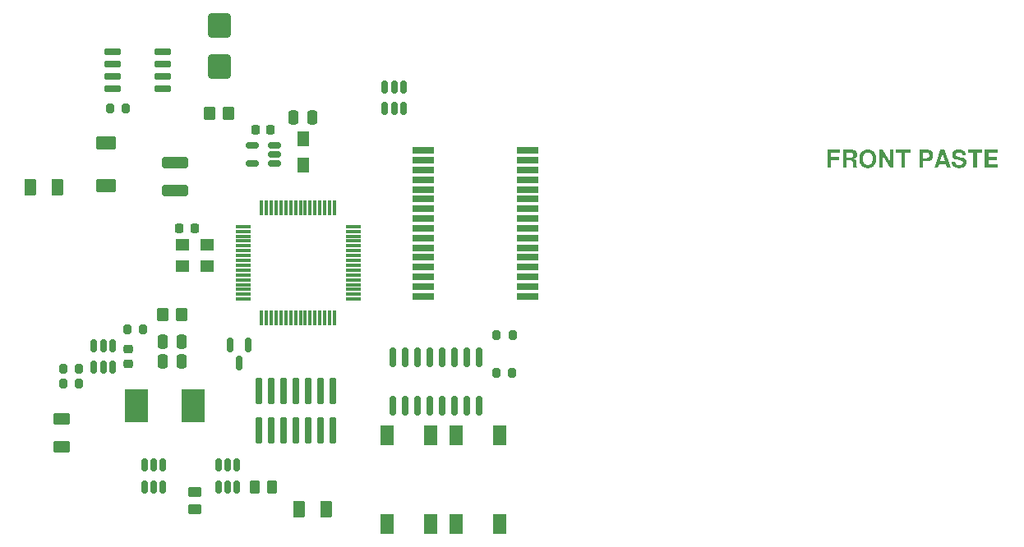
<source format=gbr>
%TF.GenerationSoftware,KiCad,Pcbnew,7.0.9-7.0.9~ubuntu22.04.1*%
%TF.CreationDate,2023-12-22T21:37:51-08:00*%
%TF.ProjectId,IMU-2X,494d552d-3258-42e6-9b69-6361645f7063,2*%
%TF.SameCoordinates,Original*%
%TF.FileFunction,Paste,Top*%
%TF.FilePolarity,Positive*%
%FSLAX46Y46*%
G04 Gerber Fmt 4.6, Leading zero omitted, Abs format (unit mm)*
G04 Created by KiCad (PCBNEW 7.0.9-7.0.9~ubuntu22.04.1) date 2023-12-22 21:37:52*
%MOMM*%
%LPD*%
G01*
G04 APERTURE LIST*
G04 Aperture macros list*
%AMRoundRect*
0 Rectangle with rounded corners*
0 $1 Rounding radius*
0 $2 $3 $4 $5 $6 $7 $8 $9 X,Y pos of 4 corners*
0 Add a 4 corners polygon primitive as box body*
4,1,4,$2,$3,$4,$5,$6,$7,$8,$9,$2,$3,0*
0 Add four circle primitives for the rounded corners*
1,1,$1+$1,$2,$3*
1,1,$1+$1,$4,$5*
1,1,$1+$1,$6,$7*
1,1,$1+$1,$8,$9*
0 Add four rect primitives between the rounded corners*
20,1,$1+$1,$2,$3,$4,$5,0*
20,1,$1+$1,$4,$5,$6,$7,0*
20,1,$1+$1,$6,$7,$8,$9,0*
20,1,$1+$1,$8,$9,$2,$3,0*%
G04 Aperture macros list end*
%ADD10C,0.300000*%
%ADD11RoundRect,0.150000X-0.150000X0.587500X-0.150000X-0.587500X0.150000X-0.587500X0.150000X0.587500X0*%
%ADD12RoundRect,0.250000X0.800000X-0.450000X0.800000X0.450000X-0.800000X0.450000X-0.800000X-0.450000X0*%
%ADD13RoundRect,0.150000X0.150000X-0.825000X0.150000X0.825000X-0.150000X0.825000X-0.150000X-0.825000X0*%
%ADD14RoundRect,0.250000X0.375000X0.625000X-0.375000X0.625000X-0.375000X-0.625000X0.375000X-0.625000X0*%
%ADD15RoundRect,0.150000X-0.150000X0.512500X-0.150000X-0.512500X0.150000X-0.512500X0.150000X0.512500X0*%
%ADD16RoundRect,0.200000X-0.200000X-0.275000X0.200000X-0.275000X0.200000X0.275000X-0.200000X0.275000X0*%
%ADD17RoundRect,0.150000X0.725000X0.150000X-0.725000X0.150000X-0.725000X-0.150000X0.725000X-0.150000X0*%
%ADD18RoundRect,0.225000X-0.250000X0.225000X-0.250000X-0.225000X0.250000X-0.225000X0.250000X0.225000X0*%
%ADD19RoundRect,0.250000X0.250000X0.475000X-0.250000X0.475000X-0.250000X-0.475000X0.250000X-0.475000X0*%
%ADD20RoundRect,0.250000X0.262500X0.450000X-0.262500X0.450000X-0.262500X-0.450000X0.262500X-0.450000X0*%
%ADD21RoundRect,0.250000X-0.350000X-0.450000X0.350000X-0.450000X0.350000X0.450000X-0.350000X0.450000X0*%
%ADD22R,1.400000X1.200000*%
%ADD23RoundRect,0.075000X-0.700000X-0.075000X0.700000X-0.075000X0.700000X0.075000X-0.700000X0.075000X0*%
%ADD24RoundRect,0.075000X-0.075000X-0.700000X0.075000X-0.700000X0.075000X0.700000X-0.075000X0.700000X0*%
%ADD25RoundRect,0.250000X0.900000X-1.000000X0.900000X1.000000X-0.900000X1.000000X-0.900000X-1.000000X0*%
%ADD26RoundRect,0.225000X-0.225000X-0.250000X0.225000X-0.250000X0.225000X0.250000X-0.225000X0.250000X0*%
%ADD27R,1.400000X2.100000*%
%ADD28RoundRect,0.250000X-0.375000X-0.625000X0.375000X-0.625000X0.375000X0.625000X-0.375000X0.625000X0*%
%ADD29RoundRect,0.250000X1.100000X-0.325000X1.100000X0.325000X-1.100000X0.325000X-1.100000X-0.325000X0*%
%ADD30RoundRect,0.162500X-0.162500X1.222500X-0.162500X-1.222500X0.162500X-1.222500X0.162500X1.222500X0*%
%ADD31RoundRect,0.250000X0.625000X-0.375000X0.625000X0.375000X-0.625000X0.375000X-0.625000X-0.375000X0*%
%ADD32R,2.413000X3.429000*%
%ADD33RoundRect,0.150000X0.512500X0.150000X-0.512500X0.150000X-0.512500X-0.150000X0.512500X-0.150000X0*%
%ADD34RoundRect,0.200000X0.200000X0.275000X-0.200000X0.275000X-0.200000X-0.275000X0.200000X-0.275000X0*%
%ADD35R,1.200000X1.500000*%
%ADD36RoundRect,0.250000X0.450000X-0.262500X0.450000X0.262500X-0.450000X0.262500X-0.450000X-0.262500X0*%
%ADD37R,2.200000X0.700000*%
G04 APERTURE END LIST*
D10*
G36*
X213935399Y-93527157D02*
G01*
X213935399Y-94312741D01*
X213560195Y-94312741D01*
X213560195Y-92489267D01*
X214840839Y-92489267D01*
X214840839Y-92801937D01*
X213935399Y-92801937D01*
X213935399Y-93214487D01*
X214733142Y-93214487D01*
X214733142Y-93527157D01*
X213935399Y-93527157D01*
G37*
G36*
X216127573Y-92489453D02*
G01*
X216153071Y-92490433D01*
X216177883Y-92492252D01*
X216202007Y-92494911D01*
X216225445Y-92498410D01*
X216248195Y-92502749D01*
X216270259Y-92507927D01*
X216291635Y-92513944D01*
X216312325Y-92520802D01*
X216332327Y-92528499D01*
X216351643Y-92537036D01*
X216370176Y-92546178D01*
X216387831Y-92555855D01*
X216404608Y-92566066D01*
X216420507Y-92576812D01*
X216435529Y-92588092D01*
X216449673Y-92599906D01*
X216462938Y-92612254D01*
X216475326Y-92625137D01*
X216486837Y-92638554D01*
X216497469Y-92652506D01*
X216504069Y-92662104D01*
X216516432Y-92681456D01*
X216527900Y-92700862D01*
X216538471Y-92720322D01*
X216548147Y-92739837D01*
X216556927Y-92759406D01*
X216564812Y-92779029D01*
X216571801Y-92798707D01*
X216577894Y-92818439D01*
X216583187Y-92838191D01*
X216587774Y-92858147D01*
X216591655Y-92878306D01*
X216594830Y-92898669D01*
X216597300Y-92919236D01*
X216599064Y-92940006D01*
X216600123Y-92960979D01*
X216600476Y-92982156D01*
X216600175Y-93002579D01*
X216599273Y-93022590D01*
X216597770Y-93042192D01*
X216595665Y-93061382D01*
X216592959Y-93080162D01*
X216589651Y-93098532D01*
X216585743Y-93116491D01*
X216581233Y-93134040D01*
X216576121Y-93151178D01*
X216570408Y-93167906D01*
X216564094Y-93184223D01*
X216549661Y-93215626D01*
X216532824Y-93245386D01*
X216513580Y-93273505D01*
X216491932Y-93299981D01*
X216467877Y-93324816D01*
X216454948Y-93336617D01*
X216441418Y-93348008D01*
X216427286Y-93358989D01*
X216412553Y-93369559D01*
X216397218Y-93379718D01*
X216381282Y-93389467D01*
X216364745Y-93398805D01*
X216347607Y-93407733D01*
X216329867Y-93416250D01*
X216311525Y-93424357D01*
X216292583Y-93432054D01*
X216308969Y-93438825D01*
X216327907Y-93446794D01*
X216345127Y-93454211D01*
X216363524Y-93462384D01*
X216379447Y-93469763D01*
X216392898Y-93476348D01*
X216409237Y-93485739D01*
X216423623Y-93496183D01*
X216438092Y-93508704D01*
X216450560Y-93521091D01*
X216458906Y-93530197D01*
X216470814Y-93543943D01*
X216482700Y-93559323D01*
X216492426Y-93573997D01*
X216500894Y-93589902D01*
X216504069Y-93597508D01*
X216509715Y-93615611D01*
X216513949Y-93633286D01*
X216517477Y-93650696D01*
X216521006Y-93670546D01*
X216523828Y-93688181D01*
X216526651Y-93707377D01*
X216529331Y-93727319D01*
X216531726Y-93747193D01*
X216533837Y-93767000D01*
X216535662Y-93786738D01*
X216537202Y-93806409D01*
X216538458Y-93826012D01*
X216539428Y-93845547D01*
X216540113Y-93865015D01*
X216540765Y-93885615D01*
X216541416Y-93908549D01*
X216541905Y-93927282D01*
X216542393Y-93947328D01*
X216542882Y-93968687D01*
X216543370Y-93991358D01*
X216543859Y-94015343D01*
X216544347Y-94040640D01*
X216544673Y-94058235D01*
X216544999Y-94076413D01*
X216545324Y-94095174D01*
X216546030Y-94114349D01*
X216548149Y-94132462D01*
X216551679Y-94149514D01*
X216558583Y-94170599D01*
X216567998Y-94189798D01*
X216579923Y-94207111D01*
X216594359Y-94222538D01*
X216611306Y-94236078D01*
X216625663Y-94244995D01*
X216625663Y-94312741D01*
X216222666Y-94312741D01*
X216214347Y-94296537D01*
X216206761Y-94280496D01*
X216198309Y-94260675D01*
X216191002Y-94241107D01*
X216184840Y-94221794D01*
X216179824Y-94202736D01*
X216176634Y-94187673D01*
X216173382Y-94167291D01*
X216171176Y-94148604D01*
X216169324Y-94127800D01*
X216167824Y-94104879D01*
X216166931Y-94086299D01*
X216166237Y-94066528D01*
X216165740Y-94045566D01*
X216165443Y-94023414D01*
X216165344Y-94000071D01*
X216165377Y-93981798D01*
X216165515Y-93960388D01*
X216165759Y-93940568D01*
X216166109Y-93922339D01*
X216166669Y-93902563D01*
X216167381Y-93885077D01*
X216167515Y-93882385D01*
X216168530Y-93864244D01*
X216169385Y-93844682D01*
X216169914Y-93826368D01*
X216170120Y-93807257D01*
X216169636Y-93786319D01*
X216168182Y-93766494D01*
X216165758Y-93747785D01*
X216162365Y-93730189D01*
X216156333Y-93708462D01*
X216148577Y-93688717D01*
X216139098Y-93670953D01*
X216127895Y-93655170D01*
X216114969Y-93641369D01*
X216100231Y-93629257D01*
X216083376Y-93618760D01*
X216064404Y-93609878D01*
X216043315Y-93602611D01*
X216026109Y-93598220D01*
X216007713Y-93594738D01*
X215988125Y-93592164D01*
X215967346Y-93590499D01*
X215945377Y-93589742D01*
X215937789Y-93589691D01*
X215507434Y-93589691D01*
X215507434Y-94312741D01*
X215132230Y-94312741D01*
X215132230Y-92801937D01*
X215507434Y-92801937D01*
X215507434Y-93277021D01*
X215959937Y-93277021D01*
X215984265Y-93276605D01*
X216007417Y-93275357D01*
X216029394Y-93273277D01*
X216050196Y-93270365D01*
X216069822Y-93266621D01*
X216088272Y-93262044D01*
X216105547Y-93256636D01*
X216126751Y-93248131D01*
X216145865Y-93238146D01*
X216158830Y-93229687D01*
X216174402Y-93216191D01*
X216187898Y-93199587D01*
X216199318Y-93179875D01*
X216206520Y-93163052D01*
X216212554Y-93144481D01*
X216217421Y-93124162D01*
X216221119Y-93102094D01*
X216223650Y-93078279D01*
X216225012Y-93052716D01*
X216225272Y-93034702D01*
X216224699Y-93009230D01*
X216222982Y-92985415D01*
X216220119Y-92963256D01*
X216216112Y-92942754D01*
X216210959Y-92923908D01*
X216204661Y-92906718D01*
X216194483Y-92886376D01*
X216182270Y-92868978D01*
X216168020Y-92854525D01*
X216160132Y-92848403D01*
X216142755Y-92837513D01*
X216123193Y-92828074D01*
X216101446Y-92820088D01*
X216083702Y-92815051D01*
X216064728Y-92810831D01*
X216044526Y-92807427D01*
X216023095Y-92804841D01*
X216000435Y-92803071D01*
X215976546Y-92802118D01*
X215959937Y-92801937D01*
X215507434Y-92801937D01*
X215132230Y-92801937D01*
X215132230Y-92489267D01*
X216110192Y-92489267D01*
X216127573Y-92489453D01*
G37*
G36*
X217728056Y-92459563D02*
G01*
X217752308Y-92460344D01*
X217776262Y-92461646D01*
X217799919Y-92463469D01*
X217823278Y-92465812D01*
X217846340Y-92468677D01*
X217869103Y-92472062D01*
X217891569Y-92475968D01*
X217913737Y-92480394D01*
X217935608Y-92485342D01*
X217957181Y-92490810D01*
X217978456Y-92496799D01*
X217999433Y-92503308D01*
X218020113Y-92510339D01*
X218040495Y-92517890D01*
X218060579Y-92525962D01*
X218080366Y-92534555D01*
X218099855Y-92543669D01*
X218119046Y-92553303D01*
X218137939Y-92563458D01*
X218156535Y-92574134D01*
X218174833Y-92585331D01*
X218192833Y-92597048D01*
X218210536Y-92609287D01*
X218227941Y-92622046D01*
X218245048Y-92635325D01*
X218261858Y-92649126D01*
X218278369Y-92663447D01*
X218294583Y-92678290D01*
X218310500Y-92693652D01*
X218326118Y-92709536D01*
X218341439Y-92725941D01*
X218356374Y-92742743D01*
X218370835Y-92759876D01*
X218384822Y-92777339D01*
X218398335Y-92795131D01*
X218411373Y-92813254D01*
X218423938Y-92831706D01*
X218436028Y-92850488D01*
X218447644Y-92869601D01*
X218458786Y-92889043D01*
X218469454Y-92908815D01*
X218479648Y-92928917D01*
X218489367Y-92949349D01*
X218498613Y-92970111D01*
X218507384Y-92991203D01*
X218515681Y-93012625D01*
X218523504Y-93034376D01*
X218530853Y-93056458D01*
X218537728Y-93078870D01*
X218544129Y-93101611D01*
X218550056Y-93124683D01*
X218555508Y-93148084D01*
X218560486Y-93171816D01*
X218564991Y-93195877D01*
X218569021Y-93220269D01*
X218572577Y-93244990D01*
X218575658Y-93270041D01*
X218578266Y-93295422D01*
X218580400Y-93321133D01*
X218582059Y-93347174D01*
X218583245Y-93373545D01*
X218583956Y-93400246D01*
X218584193Y-93427277D01*
X218583960Y-93452466D01*
X218583260Y-93477390D01*
X218582094Y-93502047D01*
X218580461Y-93526438D01*
X218578362Y-93550563D01*
X218575796Y-93574421D01*
X218572764Y-93598013D01*
X218569265Y-93621338D01*
X218565300Y-93644398D01*
X218560868Y-93667190D01*
X218555970Y-93689717D01*
X218550605Y-93711977D01*
X218544774Y-93733971D01*
X218538476Y-93755699D01*
X218531712Y-93777160D01*
X218524482Y-93798355D01*
X218516784Y-93819284D01*
X218508621Y-93839946D01*
X218499991Y-93860342D01*
X218490894Y-93880472D01*
X218481331Y-93900335D01*
X218471301Y-93919932D01*
X218460805Y-93939263D01*
X218449842Y-93958327D01*
X218438413Y-93977125D01*
X218426518Y-93995657D01*
X218414156Y-94013922D01*
X218401327Y-94031921D01*
X218388032Y-94049654D01*
X218374270Y-94067120D01*
X218360042Y-94084320D01*
X218345348Y-94101254D01*
X218330262Y-94117792D01*
X218314861Y-94133805D01*
X218299144Y-94149293D01*
X218283112Y-94164256D01*
X218266765Y-94178694D01*
X218250101Y-94192607D01*
X218233123Y-94205995D01*
X218215829Y-94218858D01*
X218198219Y-94231196D01*
X218180294Y-94243009D01*
X218162053Y-94254297D01*
X218143496Y-94265060D01*
X218124625Y-94275298D01*
X218105437Y-94285010D01*
X218085934Y-94294198D01*
X218066116Y-94302861D01*
X218045982Y-94310999D01*
X218025533Y-94318612D01*
X218004768Y-94325699D01*
X217983687Y-94332262D01*
X217962291Y-94338300D01*
X217940580Y-94343812D01*
X217918553Y-94348800D01*
X217896210Y-94353263D01*
X217873552Y-94357200D01*
X217850579Y-94360613D01*
X217827290Y-94363501D01*
X217803685Y-94365863D01*
X217779765Y-94367701D01*
X217755529Y-94369013D01*
X217730978Y-94369801D01*
X217706111Y-94370063D01*
X217681404Y-94369802D01*
X217657004Y-94369018D01*
X217632912Y-94367712D01*
X217609128Y-94365884D01*
X217585652Y-94363532D01*
X217562484Y-94360659D01*
X217539623Y-94357263D01*
X217517071Y-94353344D01*
X217494826Y-94348903D01*
X217472890Y-94343940D01*
X217451261Y-94338454D01*
X217429940Y-94332445D01*
X217408927Y-94325914D01*
X217388222Y-94318861D01*
X217367825Y-94311285D01*
X217347735Y-94303187D01*
X217327954Y-94294566D01*
X217308480Y-94285423D01*
X217289314Y-94275757D01*
X217270457Y-94265569D01*
X217251907Y-94254858D01*
X217233665Y-94243625D01*
X217215731Y-94231869D01*
X217198104Y-94219591D01*
X217180786Y-94206790D01*
X217163775Y-94193467D01*
X217147073Y-94179622D01*
X217130678Y-94165254D01*
X217114591Y-94150363D01*
X217098812Y-94134950D01*
X217083341Y-94119015D01*
X217068178Y-94102557D01*
X217053403Y-94085688D01*
X217039098Y-94068521D01*
X217025261Y-94051056D01*
X217011893Y-94033292D01*
X216998995Y-94015229D01*
X216986565Y-93996868D01*
X216974605Y-93978208D01*
X216963113Y-93959250D01*
X216952091Y-93939993D01*
X216941537Y-93920437D01*
X216931453Y-93900583D01*
X216921838Y-93880431D01*
X216912692Y-93859980D01*
X216904014Y-93839230D01*
X216895806Y-93818182D01*
X216888067Y-93796835D01*
X216880797Y-93775190D01*
X216873996Y-93753246D01*
X216867664Y-93731003D01*
X216861801Y-93708462D01*
X216856407Y-93685623D01*
X216851482Y-93662485D01*
X216847026Y-93639048D01*
X216843039Y-93615313D01*
X216839522Y-93591279D01*
X216836473Y-93566947D01*
X216833893Y-93542316D01*
X216831782Y-93517386D01*
X216830141Y-93492158D01*
X216828968Y-93466632D01*
X216828265Y-93440807D01*
X216828034Y-93415117D01*
X217203234Y-93415117D01*
X217203368Y-93432974D01*
X217203772Y-93450608D01*
X217204444Y-93468020D01*
X217206595Y-93502178D01*
X217209821Y-93535446D01*
X217214123Y-93567826D01*
X217219501Y-93599317D01*
X217225954Y-93629919D01*
X217233482Y-93659632D01*
X217242086Y-93688457D01*
X217251765Y-93716392D01*
X217262520Y-93743438D01*
X217274350Y-93769596D01*
X217287256Y-93794865D01*
X217301237Y-93819245D01*
X217316294Y-93842736D01*
X217332426Y-93865338D01*
X217340896Y-93876305D01*
X217358454Y-93897340D01*
X217376716Y-93917018D01*
X217395679Y-93935338D01*
X217415345Y-93952302D01*
X217435713Y-93967908D01*
X217456783Y-93982157D01*
X217478556Y-93995049D01*
X217501030Y-94006585D01*
X217524207Y-94016763D01*
X217548087Y-94025584D01*
X217572669Y-94033047D01*
X217597953Y-94039154D01*
X217623939Y-94043904D01*
X217650627Y-94047297D01*
X217678018Y-94049332D01*
X217706111Y-94050011D01*
X217733945Y-94049337D01*
X217761100Y-94047317D01*
X217787577Y-94043950D01*
X217813375Y-94039236D01*
X217838494Y-94033175D01*
X217862935Y-94025767D01*
X217886697Y-94017012D01*
X217909781Y-94006910D01*
X217932186Y-93995462D01*
X217953913Y-93982666D01*
X217974961Y-93968524D01*
X217995331Y-93953034D01*
X218015022Y-93936198D01*
X218034035Y-93918015D01*
X218052369Y-93898485D01*
X218070024Y-93877608D01*
X218086852Y-93855585D01*
X218102594Y-93832723D01*
X218117251Y-93809023D01*
X218130821Y-93784486D01*
X218143306Y-93759110D01*
X218154706Y-93732897D01*
X218165020Y-93705845D01*
X218174248Y-93677955D01*
X218182390Y-93649228D01*
X218189447Y-93619662D01*
X218195418Y-93589259D01*
X218200304Y-93558017D01*
X218204103Y-93525938D01*
X218206818Y-93493020D01*
X218208446Y-93459265D01*
X218208989Y-93424671D01*
X218208856Y-93406359D01*
X218208456Y-93388281D01*
X218207790Y-93370437D01*
X218206858Y-93352828D01*
X218205660Y-93335452D01*
X218202464Y-93301403D01*
X218198203Y-93268290D01*
X218192876Y-93236114D01*
X218186484Y-93204874D01*
X218179027Y-93174571D01*
X218170505Y-93145204D01*
X218160917Y-93116773D01*
X218150264Y-93089279D01*
X218138546Y-93062721D01*
X218125762Y-93037099D01*
X218111913Y-93012414D01*
X218096999Y-92988665D01*
X218081019Y-92965853D01*
X218072630Y-92954798D01*
X218055219Y-92933553D01*
X218037075Y-92913678D01*
X218018198Y-92895175D01*
X217998588Y-92878042D01*
X217978246Y-92862279D01*
X217957170Y-92847887D01*
X217935362Y-92834866D01*
X217912821Y-92823216D01*
X217889547Y-92812936D01*
X217865541Y-92804027D01*
X217840801Y-92796488D01*
X217815329Y-92790320D01*
X217789124Y-92785523D01*
X217762186Y-92782096D01*
X217734515Y-92780040D01*
X217706111Y-92779355D01*
X217678018Y-92780035D01*
X217650627Y-92782076D01*
X217623939Y-92785477D01*
X217597953Y-92790239D01*
X217572669Y-92796361D01*
X217548087Y-92803843D01*
X217524207Y-92812687D01*
X217501030Y-92822890D01*
X217478556Y-92834454D01*
X217456783Y-92847378D01*
X217435713Y-92861663D01*
X217415345Y-92877309D01*
X217395679Y-92894315D01*
X217376716Y-92912681D01*
X217358454Y-92932408D01*
X217340896Y-92953495D01*
X217324226Y-92975654D01*
X217308631Y-92998706D01*
X217294112Y-93022650D01*
X217280669Y-93047486D01*
X217268301Y-93073214D01*
X217257008Y-93099835D01*
X217246791Y-93127348D01*
X217237649Y-93155753D01*
X217229583Y-93185051D01*
X217222593Y-93215241D01*
X217216677Y-93246323D01*
X217211838Y-93278297D01*
X217208074Y-93311164D01*
X217205385Y-93344923D01*
X217203772Y-93379574D01*
X217203368Y-93397234D01*
X217203234Y-93415117D01*
X216828034Y-93415117D01*
X216828030Y-93414683D01*
X216828266Y-93388559D01*
X216828973Y-93362734D01*
X216830152Y-93337208D01*
X216831803Y-93311980D01*
X216833925Y-93287050D01*
X216836519Y-93262419D01*
X216839584Y-93238087D01*
X216843121Y-93214053D01*
X216847129Y-93190318D01*
X216851609Y-93166881D01*
X216856561Y-93143743D01*
X216861984Y-93120904D01*
X216867879Y-93098363D01*
X216874245Y-93076120D01*
X216881083Y-93054176D01*
X216888393Y-93032531D01*
X216896174Y-93011184D01*
X216904427Y-92990136D01*
X216913151Y-92969386D01*
X216922347Y-92948935D01*
X216932014Y-92928783D01*
X216942153Y-92908929D01*
X216952764Y-92889373D01*
X216963846Y-92870116D01*
X216975400Y-92851158D01*
X216987425Y-92832498D01*
X216999922Y-92814137D01*
X217012891Y-92796074D01*
X217026331Y-92778310D01*
X217040243Y-92760845D01*
X217054626Y-92743678D01*
X217069481Y-92726809D01*
X217084719Y-92710351D01*
X217100252Y-92694416D01*
X217116081Y-92679003D01*
X217132205Y-92664112D01*
X217148624Y-92649744D01*
X217165338Y-92635899D01*
X217182347Y-92622576D01*
X217199651Y-92609775D01*
X217217251Y-92597497D01*
X217235146Y-92585741D01*
X217253335Y-92574508D01*
X217271821Y-92563797D01*
X217290601Y-92553609D01*
X217309676Y-92543943D01*
X217329047Y-92534800D01*
X217348712Y-92526179D01*
X217368673Y-92518081D01*
X217388929Y-92510505D01*
X217409480Y-92503452D01*
X217430327Y-92496921D01*
X217451468Y-92490912D01*
X217472905Y-92485426D01*
X217494637Y-92480463D01*
X217516664Y-92476022D01*
X217538986Y-92472103D01*
X217561603Y-92468707D01*
X217584516Y-92465834D01*
X217607724Y-92463482D01*
X217631226Y-92461654D01*
X217655024Y-92460348D01*
X217679118Y-92459564D01*
X217703506Y-92459303D01*
X217728056Y-92459563D01*
G37*
G36*
X219981654Y-94312741D02*
G01*
X219249051Y-93052073D01*
X219249051Y-94312741D01*
X218873847Y-94312741D01*
X218873847Y-92489267D01*
X219259039Y-92489267D01*
X219981654Y-93729959D01*
X219981654Y-92489267D01*
X220356858Y-92489267D01*
X220356858Y-94312741D01*
X219981654Y-94312741D01*
G37*
G36*
X221551083Y-92801937D02*
G01*
X221551083Y-94312741D01*
X221175879Y-94312741D01*
X221175879Y-92801937D01*
X220623061Y-92801937D01*
X220623061Y-92489267D01*
X222083925Y-92489267D01*
X222083925Y-92801937D01*
X221551083Y-92801937D01*
G37*
G36*
X223864276Y-92489409D02*
G01*
X223881688Y-92489833D01*
X223915731Y-92491533D01*
X223948728Y-92494366D01*
X223980680Y-92498332D01*
X224011588Y-92503431D01*
X224041450Y-92509664D01*
X224070268Y-92517029D01*
X224098040Y-92525528D01*
X224124768Y-92535160D01*
X224150450Y-92545925D01*
X224175088Y-92557823D01*
X224198681Y-92570854D01*
X224221228Y-92585019D01*
X224242731Y-92600316D01*
X224263189Y-92616747D01*
X224282602Y-92634311D01*
X224300955Y-92652950D01*
X224318124Y-92672608D01*
X224334108Y-92693283D01*
X224348909Y-92714975D01*
X224362525Y-92737686D01*
X224374958Y-92761415D01*
X224386206Y-92786161D01*
X224396271Y-92811925D01*
X224405151Y-92838707D01*
X224412847Y-92866506D01*
X224419360Y-92895324D01*
X224424688Y-92925159D01*
X224428832Y-92956012D01*
X224431792Y-92987883D01*
X224433568Y-93020772D01*
X224434160Y-93054678D01*
X224433573Y-93088926D01*
X224431812Y-93122295D01*
X224428878Y-93154785D01*
X224424769Y-93186396D01*
X224419487Y-93217129D01*
X224413031Y-93246983D01*
X224405400Y-93275958D01*
X224396596Y-93304054D01*
X224386619Y-93331272D01*
X224375467Y-93357611D01*
X224363141Y-93383072D01*
X224349642Y-93407653D01*
X224334968Y-93431356D01*
X224319121Y-93454181D01*
X224302100Y-93476126D01*
X224283905Y-93497193D01*
X224264785Y-93517176D01*
X224244882Y-93535870D01*
X224224195Y-93553274D01*
X224202725Y-93569389D01*
X224180470Y-93584216D01*
X224157432Y-93597752D01*
X224133611Y-93610000D01*
X224109005Y-93620958D01*
X224083616Y-93630627D01*
X224057443Y-93639007D01*
X224030487Y-93646098D01*
X224002746Y-93651900D01*
X223974222Y-93656412D01*
X223944915Y-93659635D01*
X223914823Y-93661569D01*
X223883948Y-93662213D01*
X223416246Y-93662213D01*
X223416246Y-94312741D01*
X223041042Y-94312741D01*
X223041042Y-92801937D01*
X223416246Y-92801937D01*
X223416246Y-93349543D01*
X223766263Y-93349543D01*
X223784270Y-93349278D01*
X223801706Y-93348480D01*
X223834863Y-93345289D01*
X223865733Y-93339971D01*
X223894316Y-93332526D01*
X223920613Y-93322953D01*
X223944623Y-93311254D01*
X223966346Y-93297427D01*
X223985783Y-93281473D01*
X224002933Y-93263391D01*
X224017796Y-93243183D01*
X224030373Y-93220847D01*
X224040663Y-93196384D01*
X224048666Y-93169794D01*
X224054383Y-93141076D01*
X224057813Y-93110232D01*
X224058956Y-93077260D01*
X224058330Y-93051601D01*
X224056453Y-93027225D01*
X224053323Y-93004131D01*
X224048941Y-92982319D01*
X224043308Y-92961790D01*
X224036422Y-92942543D01*
X224028285Y-92924579D01*
X224018895Y-92907897D01*
X224008254Y-92892498D01*
X223996361Y-92878381D01*
X223987737Y-92869682D01*
X223973689Y-92857575D01*
X223958251Y-92846659D01*
X223941424Y-92836934D01*
X223923208Y-92828400D01*
X223903603Y-92821056D01*
X223882608Y-92814904D01*
X223860224Y-92809942D01*
X223836450Y-92806171D01*
X223811288Y-92803591D01*
X223793741Y-92802532D01*
X223775576Y-92802003D01*
X223766263Y-92801937D01*
X223416246Y-92801937D01*
X223041042Y-92801937D01*
X223041042Y-92489267D01*
X223846601Y-92489267D01*
X223864276Y-92489409D01*
G37*
G36*
X226244172Y-94312741D02*
G01*
X225858980Y-94312741D01*
X225739123Y-93944919D01*
X225056026Y-93944919D01*
X224933564Y-94312741D01*
X224550977Y-94312741D01*
X224792609Y-93632249D01*
X225161118Y-93632249D01*
X225636202Y-93632249D01*
X225398660Y-92919622D01*
X225161118Y-93632249D01*
X224792609Y-93632249D01*
X225198464Y-92489267D01*
X225614055Y-92489267D01*
X226244172Y-94312741D01*
G37*
G36*
X227797533Y-93044690D02*
G01*
X227447517Y-93044690D01*
X227445933Y-93027137D01*
X227440760Y-92993702D01*
X227432909Y-92962496D01*
X227422381Y-92933519D01*
X227409177Y-92906771D01*
X227393296Y-92882252D01*
X227374738Y-92859962D01*
X227353503Y-92839901D01*
X227329592Y-92822069D01*
X227303003Y-92806466D01*
X227273738Y-92793092D01*
X227241796Y-92781948D01*
X227224821Y-92777211D01*
X227207177Y-92773032D01*
X227188863Y-92769409D01*
X227169881Y-92766345D01*
X227150229Y-92763837D01*
X227129908Y-92761887D01*
X227108918Y-92760493D01*
X227087259Y-92759658D01*
X227064930Y-92759379D01*
X227047034Y-92759618D01*
X227029606Y-92760336D01*
X227004341Y-92762309D01*
X226980130Y-92765359D01*
X226956972Y-92769484D01*
X226934868Y-92774687D01*
X226913817Y-92780965D01*
X226893820Y-92788320D01*
X226874876Y-92796752D01*
X226856986Y-92806259D01*
X226840149Y-92816843D01*
X226834770Y-92820610D01*
X226819559Y-92832454D01*
X226805844Y-92845022D01*
X226793626Y-92858316D01*
X226782903Y-92872335D01*
X226773677Y-92887079D01*
X226763702Y-92907866D01*
X226757967Y-92924302D01*
X226753728Y-92941464D01*
X226750985Y-92959351D01*
X226749738Y-92977962D01*
X226749655Y-92984328D01*
X226750292Y-93002682D01*
X226752204Y-93020129D01*
X226756737Y-93041978D01*
X226763536Y-93062212D01*
X226772601Y-93080831D01*
X226783933Y-93097835D01*
X226797531Y-93113224D01*
X226813395Y-93126999D01*
X226822177Y-93133280D01*
X226842302Y-93145311D01*
X226860015Y-93154164D01*
X226879971Y-93162873D01*
X226902172Y-93171436D01*
X226926617Y-93179855D01*
X226944161Y-93185387D01*
X226962702Y-93190854D01*
X226982240Y-93196257D01*
X227002776Y-93201595D01*
X227024310Y-93206869D01*
X227046840Y-93212079D01*
X227070369Y-93217224D01*
X227094894Y-93222304D01*
X227379771Y-93277021D01*
X227410826Y-93283586D01*
X227440806Y-93290687D01*
X227469710Y-93298324D01*
X227497538Y-93306497D01*
X227524291Y-93315206D01*
X227549969Y-93324451D01*
X227574571Y-93334232D01*
X227598098Y-93344549D01*
X227620549Y-93355403D01*
X227641924Y-93366792D01*
X227662224Y-93378717D01*
X227681449Y-93391178D01*
X227699598Y-93404176D01*
X227716672Y-93417709D01*
X227732670Y-93431779D01*
X227747593Y-93446384D01*
X227761528Y-93461580D01*
X227774565Y-93477529D01*
X227786702Y-93494231D01*
X227797940Y-93511687D01*
X227808280Y-93529895D01*
X227817720Y-93548857D01*
X227826261Y-93568572D01*
X227833903Y-93589040D01*
X227840646Y-93610261D01*
X227846490Y-93632236D01*
X227851435Y-93654963D01*
X227855480Y-93678444D01*
X227858627Y-93702678D01*
X227860875Y-93727665D01*
X227862223Y-93753405D01*
X227862673Y-93779899D01*
X227861901Y-93814112D01*
X227859585Y-93847379D01*
X227855726Y-93879700D01*
X227850323Y-93911074D01*
X227843377Y-93941501D01*
X227834887Y-93970982D01*
X227824853Y-93999516D01*
X227813275Y-94027103D01*
X227800154Y-94053745D01*
X227785489Y-94079439D01*
X227769281Y-94104187D01*
X227751528Y-94127988D01*
X227732232Y-94150843D01*
X227711393Y-94172751D01*
X227689010Y-94193713D01*
X227665083Y-94213728D01*
X227639778Y-94232660D01*
X227613263Y-94250369D01*
X227585536Y-94266858D01*
X227556598Y-94282125D01*
X227526449Y-94296171D01*
X227495089Y-94308995D01*
X227462517Y-94320598D01*
X227445777Y-94325941D01*
X227428735Y-94330980D01*
X227411389Y-94335712D01*
X227393741Y-94340140D01*
X227375790Y-94344262D01*
X227357536Y-94348079D01*
X227338979Y-94351590D01*
X227320120Y-94354796D01*
X227300957Y-94357697D01*
X227281492Y-94360292D01*
X227261724Y-94362582D01*
X227241654Y-94364567D01*
X227221280Y-94366247D01*
X227200604Y-94367621D01*
X227179625Y-94368689D01*
X227158343Y-94369453D01*
X227136758Y-94369911D01*
X227114871Y-94370063D01*
X227093147Y-94369912D01*
X227071727Y-94369458D01*
X227050613Y-94368701D01*
X227029802Y-94367641D01*
X227009297Y-94366278D01*
X226989095Y-94364613D01*
X226969198Y-94362645D01*
X226949606Y-94360374D01*
X226930318Y-94357800D01*
X226911335Y-94354923D01*
X226892656Y-94351744D01*
X226874282Y-94348262D01*
X226856212Y-94344477D01*
X226838446Y-94340389D01*
X226820985Y-94335999D01*
X226803829Y-94331305D01*
X226786977Y-94326309D01*
X226770430Y-94321010D01*
X226738248Y-94309504D01*
X226707285Y-94296786D01*
X226677540Y-94282858D01*
X226649012Y-94267718D01*
X226621703Y-94251367D01*
X226595611Y-94233805D01*
X226570738Y-94215031D01*
X226547215Y-94195114D01*
X226525066Y-94174122D01*
X226504291Y-94152054D01*
X226484889Y-94128911D01*
X226466862Y-94104693D01*
X226450209Y-94079398D01*
X226434931Y-94053029D01*
X226421026Y-94025584D01*
X226408495Y-93997063D01*
X226397338Y-93967467D01*
X226387555Y-93936795D01*
X226379146Y-93905048D01*
X226372112Y-93872226D01*
X226366451Y-93838328D01*
X226364136Y-93820975D01*
X226362164Y-93803354D01*
X226360536Y-93785464D01*
X226359252Y-93767305D01*
X226724467Y-93767305D01*
X226726087Y-93785488D01*
X226728450Y-93803125D01*
X226731556Y-93820216D01*
X226737609Y-93844828D01*
X226745332Y-93868210D01*
X226754728Y-93890364D01*
X226765795Y-93911289D01*
X226778535Y-93930985D01*
X226792945Y-93949452D01*
X226809028Y-93966690D01*
X226826782Y-93982698D01*
X226839547Y-93992688D01*
X226860000Y-94006502D01*
X226881949Y-94018958D01*
X226905394Y-94030054D01*
X226921856Y-94036697D01*
X226938982Y-94042736D01*
X226956773Y-94048171D01*
X226975229Y-94053002D01*
X226994350Y-94057230D01*
X227014137Y-94060853D01*
X227034588Y-94063873D01*
X227055704Y-94066288D01*
X227077485Y-94068100D01*
X227099931Y-94069308D01*
X227123042Y-94069912D01*
X227134847Y-94069987D01*
X227155846Y-94069734D01*
X227176285Y-94068976D01*
X227196164Y-94067712D01*
X227215484Y-94065943D01*
X227234244Y-94063668D01*
X227252444Y-94060888D01*
X227270084Y-94057602D01*
X227287165Y-94053811D01*
X227311736Y-94047176D01*
X227335047Y-94039404D01*
X227357099Y-94030494D01*
X227377892Y-94020447D01*
X227397425Y-94009263D01*
X227403656Y-94005282D01*
X227421351Y-93992629D01*
X227437305Y-93979099D01*
X227451518Y-93964690D01*
X227463991Y-93949404D01*
X227474724Y-93933240D01*
X227483717Y-93916198D01*
X227490968Y-93898279D01*
X227496480Y-93879481D01*
X227500251Y-93859805D01*
X227502281Y-93839252D01*
X227502668Y-93825062D01*
X227501985Y-93804823D01*
X227499935Y-93785470D01*
X227496519Y-93767002D01*
X227491737Y-93749419D01*
X227485588Y-93732722D01*
X227478073Y-93716910D01*
X227465927Y-93697206D01*
X227455224Y-93683460D01*
X227443154Y-93670600D01*
X227429717Y-93658626D01*
X227424935Y-93654831D01*
X227409472Y-93643812D01*
X227392070Y-93633228D01*
X227372729Y-93623079D01*
X227351449Y-93613365D01*
X227328231Y-93604087D01*
X227311674Y-93598143D01*
X227294256Y-93592392D01*
X227275976Y-93586835D01*
X227256835Y-93581471D01*
X227236832Y-93576301D01*
X227215967Y-93571324D01*
X227194240Y-93566540D01*
X227171651Y-93561950D01*
X227160034Y-93559727D01*
X226904687Y-93509787D01*
X226887500Y-93506444D01*
X226854061Y-93499408D01*
X226821871Y-93491903D01*
X226790930Y-93483930D01*
X226761237Y-93475489D01*
X226732793Y-93466580D01*
X226705597Y-93457203D01*
X226679650Y-93447357D01*
X226654951Y-93437043D01*
X226631501Y-93426261D01*
X226609299Y-93415011D01*
X226588346Y-93403293D01*
X226568641Y-93391106D01*
X226550185Y-93378452D01*
X226532977Y-93365329D01*
X226517018Y-93351738D01*
X226509507Y-93344767D01*
X226495256Y-93330315D01*
X226481924Y-93315081D01*
X226469512Y-93299062D01*
X226458019Y-93282260D01*
X226447446Y-93264674D01*
X226437792Y-93246304D01*
X226429058Y-93227151D01*
X226421243Y-93207213D01*
X226414347Y-93186493D01*
X226408371Y-93164988D01*
X226403314Y-93142700D01*
X226399177Y-93119628D01*
X226395959Y-93095772D01*
X226393660Y-93071133D01*
X226392281Y-93045710D01*
X226391821Y-93019503D01*
X226392529Y-92986538D01*
X226394651Y-92954519D01*
X226398188Y-92923448D01*
X226403139Y-92893322D01*
X226409506Y-92864143D01*
X226417287Y-92835911D01*
X226426483Y-92808625D01*
X226437093Y-92782286D01*
X226449119Y-92756894D01*
X226462559Y-92732448D01*
X226477414Y-92708948D01*
X226493683Y-92686395D01*
X226511368Y-92664789D01*
X226530467Y-92644129D01*
X226550981Y-92624416D01*
X226572909Y-92605650D01*
X226596171Y-92587928D01*
X226620577Y-92571350D01*
X226646125Y-92555914D01*
X226672817Y-92541623D01*
X226700652Y-92528474D01*
X226729631Y-92516469D01*
X226759753Y-92505608D01*
X226791018Y-92495889D01*
X226823427Y-92487314D01*
X226856979Y-92479883D01*
X226874184Y-92476596D01*
X226891674Y-92473594D01*
X226909451Y-92470879D01*
X226927513Y-92468449D01*
X226945861Y-92466306D01*
X226964495Y-92464448D01*
X226983415Y-92462876D01*
X227002620Y-92461589D01*
X227022112Y-92460589D01*
X227041889Y-92459874D01*
X227061952Y-92459446D01*
X227082301Y-92459303D01*
X227100075Y-92459413D01*
X227117736Y-92459745D01*
X227135281Y-92460299D01*
X227152713Y-92461074D01*
X227175776Y-92462451D01*
X227198636Y-92464222D01*
X227221292Y-92466387D01*
X227243745Y-92468945D01*
X227265994Y-92471896D01*
X227288420Y-92475357D01*
X227311185Y-92479659D01*
X227328481Y-92483437D01*
X227345968Y-92487689D01*
X227363646Y-92492414D01*
X227381515Y-92497613D01*
X227399575Y-92503285D01*
X227417826Y-92509430D01*
X227436267Y-92516048D01*
X227454899Y-92523139D01*
X227473464Y-92530585D01*
X227491540Y-92538427D01*
X227509128Y-92546666D01*
X227526227Y-92555302D01*
X227542837Y-92564335D01*
X227558960Y-92573765D01*
X227574593Y-92583592D01*
X227589738Y-92593816D01*
X227604394Y-92604437D01*
X227618562Y-92615454D01*
X227627736Y-92623020D01*
X227641124Y-92634921D01*
X227654092Y-92647661D01*
X227666640Y-92661241D01*
X227678769Y-92675661D01*
X227690477Y-92690920D01*
X227701766Y-92707020D01*
X227712635Y-92723958D01*
X227723084Y-92741737D01*
X227733113Y-92760355D01*
X227742723Y-92779813D01*
X227748896Y-92793252D01*
X227757588Y-92813909D01*
X227765425Y-92835170D01*
X227772407Y-92857034D01*
X227778534Y-92879500D01*
X227783806Y-92902570D01*
X227788224Y-92926243D01*
X227791786Y-92950519D01*
X227794493Y-92975398D01*
X227796346Y-93000880D01*
X227797343Y-93026965D01*
X227797533Y-93044690D01*
G37*
G36*
X228956149Y-92801937D02*
G01*
X228956149Y-94312741D01*
X228580945Y-94312741D01*
X228580945Y-92801937D01*
X228028127Y-92801937D01*
X228028127Y-92489267D01*
X229488991Y-92489267D01*
X229488991Y-92801937D01*
X228956149Y-92801937D01*
G37*
G36*
X230129964Y-93527157D02*
G01*
X230129964Y-94000071D01*
X231117914Y-94000071D01*
X231117914Y-94312741D01*
X229754760Y-94312741D01*
X229754760Y-92489267D01*
X231072751Y-92489267D01*
X231072751Y-92801937D01*
X230129964Y-92801937D01*
X230129964Y-93214487D01*
X231002834Y-93214487D01*
X231002834Y-93527157D01*
X230129964Y-93527157D01*
G37*
D11*
%TO.C,U8*%
X153900000Y-112602500D03*
X152000000Y-112602500D03*
X152950000Y-114477500D03*
%TD*%
D12*
%TO.C,D2*%
X139192000Y-96180000D03*
X139192000Y-91780000D03*
%TD*%
D13*
%TO.C,U9*%
X168795000Y-118855000D03*
X170065000Y-118855000D03*
X171335000Y-118855000D03*
X172605000Y-118855000D03*
X173875000Y-118855000D03*
X175145000Y-118855000D03*
X176415000Y-118855000D03*
X177685000Y-118855000D03*
X177685000Y-113905000D03*
X176415000Y-113905000D03*
X175145000Y-113905000D03*
X173875000Y-113905000D03*
X172605000Y-113905000D03*
X171335000Y-113905000D03*
X170065000Y-113905000D03*
X168795000Y-113905000D03*
%TD*%
D14*
%TO.C,D3*%
X134242000Y-96393000D03*
X131442000Y-96393000D03*
%TD*%
D15*
%TO.C,U11*%
X152715000Y-124973500D03*
X151765000Y-124973500D03*
X150815000Y-124973500D03*
X150815000Y-127248500D03*
X151765000Y-127248500D03*
X152715000Y-127248500D03*
%TD*%
D16*
%TO.C,R5*%
X179445000Y-111570000D03*
X181095000Y-111570000D03*
%TD*%
D17*
%TO.C,U1*%
X145069000Y-86233000D03*
X145069000Y-84963000D03*
X145069000Y-83693000D03*
X145069000Y-82423000D03*
X139919000Y-82423000D03*
X139919000Y-83693000D03*
X139919000Y-84963000D03*
X139919000Y-86233000D03*
%TD*%
D16*
%TO.C,R8*%
X134811000Y-116586000D03*
X136461000Y-116586000D03*
%TD*%
D18*
%TO.C,C7*%
X141478000Y-113017000D03*
X141478000Y-114567000D03*
%TD*%
D16*
%TO.C,R7*%
X179435000Y-115470000D03*
X181085000Y-115470000D03*
%TD*%
D15*
%TO.C,U2*%
X169860000Y-85984500D03*
X168910000Y-85984500D03*
X167960000Y-85984500D03*
X167960000Y-88259500D03*
X168910000Y-88259500D03*
X169860000Y-88259500D03*
%TD*%
D19*
%TO.C,C6*%
X147000000Y-112268000D03*
X145100000Y-112268000D03*
%TD*%
%TO.C,C1*%
X160462000Y-89154000D03*
X158562000Y-89154000D03*
%TD*%
D15*
%TO.C,U10*%
X145095000Y-124973500D03*
X144145000Y-124973500D03*
X143195000Y-124973500D03*
X143195000Y-127248500D03*
X144145000Y-127248500D03*
X145095000Y-127248500D03*
%TD*%
D20*
%TO.C,R9*%
X156360500Y-127254000D03*
X154535500Y-127254000D03*
%TD*%
D21*
%TO.C,R2*%
X149876000Y-88773000D03*
X151876000Y-88773000D03*
%TD*%
D22*
%TO.C,U5*%
X147066000Y-104478000D03*
X149606000Y-104478000D03*
X149606000Y-102278000D03*
X147066000Y-102278000D03*
%TD*%
D23*
%TO.C,U6*%
X153329000Y-100390000D03*
X153329000Y-100890000D03*
X153329000Y-101390000D03*
X153329000Y-101890000D03*
X153329000Y-102390000D03*
X153329000Y-102890000D03*
X153329000Y-103390000D03*
X153329000Y-103890000D03*
X153329000Y-104390000D03*
X153329000Y-104890000D03*
X153329000Y-105390000D03*
X153329000Y-105890000D03*
X153329000Y-106390000D03*
X153329000Y-106890000D03*
X153329000Y-107390000D03*
X153329000Y-107890000D03*
D24*
X155254000Y-109815000D03*
X155754000Y-109815000D03*
X156254000Y-109815000D03*
X156754000Y-109815000D03*
X157254000Y-109815000D03*
X157754000Y-109815000D03*
X158254000Y-109815000D03*
X158754000Y-109815000D03*
X159254000Y-109815000D03*
X159754000Y-109815000D03*
X160254000Y-109815000D03*
X160754000Y-109815000D03*
X161254000Y-109815000D03*
X161754000Y-109815000D03*
X162254000Y-109815000D03*
X162754000Y-109815000D03*
D23*
X164679000Y-107890000D03*
X164679000Y-107390000D03*
X164679000Y-106890000D03*
X164679000Y-106390000D03*
X164679000Y-105890000D03*
X164679000Y-105390000D03*
X164679000Y-104890000D03*
X164679000Y-104390000D03*
X164679000Y-103890000D03*
X164679000Y-103390000D03*
X164679000Y-102890000D03*
X164679000Y-102390000D03*
X164679000Y-101890000D03*
X164679000Y-101390000D03*
X164679000Y-100890000D03*
X164679000Y-100390000D03*
D24*
X162754000Y-98465000D03*
X162254000Y-98465000D03*
X161754000Y-98465000D03*
X161254000Y-98465000D03*
X160754000Y-98465000D03*
X160254000Y-98465000D03*
X159754000Y-98465000D03*
X159254000Y-98465000D03*
X158754000Y-98465000D03*
X158254000Y-98465000D03*
X157754000Y-98465000D03*
X157254000Y-98465000D03*
X156754000Y-98465000D03*
X156254000Y-98465000D03*
X155754000Y-98465000D03*
X155254000Y-98465000D03*
%TD*%
D19*
%TO.C,C8*%
X147000000Y-114300000D03*
X145100000Y-114300000D03*
%TD*%
D25*
%TO.C,D1*%
X150876000Y-83938000D03*
X150876000Y-79638000D03*
%TD*%
D26*
%TO.C,C4*%
X146799000Y-100584000D03*
X148349000Y-100584000D03*
%TD*%
D27*
%TO.C,SW1*%
X168184000Y-131042000D03*
X168184000Y-121942000D03*
X172684000Y-131042000D03*
X172684000Y-121942000D03*
%TD*%
D26*
%TO.C,C2*%
X154647600Y-90449400D03*
X156197600Y-90449400D03*
%TD*%
D28*
%TO.C,D5*%
X159128000Y-129540000D03*
X161928000Y-129540000D03*
%TD*%
D29*
%TO.C,C3*%
X146304000Y-96725000D03*
X146304000Y-93775000D03*
%TD*%
D15*
%TO.C,U7*%
X139888000Y-112654500D03*
X138938000Y-112654500D03*
X137988000Y-112654500D03*
X137988000Y-114929500D03*
X138938000Y-114929500D03*
X139888000Y-114929500D03*
%TD*%
D30*
%TO.C,J5*%
X162560000Y-117365000D03*
X162560000Y-121395000D03*
X161290000Y-117365000D03*
X161290000Y-121395000D03*
X160020000Y-117365000D03*
X160020000Y-121395000D03*
X158750000Y-117365000D03*
X158750000Y-121395000D03*
X157480000Y-117365000D03*
X157480000Y-121395000D03*
X156210000Y-117365000D03*
X156210000Y-121395000D03*
X154940000Y-117365000D03*
X154940000Y-121395000D03*
%TD*%
D31*
%TO.C,D4*%
X134620000Y-123066000D03*
X134620000Y-120266000D03*
%TD*%
D32*
%TO.C,L2*%
X142367000Y-118872000D03*
X148209000Y-118872000D03*
%TD*%
D33*
%TO.C,U3*%
X156585500Y-93914000D03*
X156585500Y-92964000D03*
X156585500Y-92014000D03*
X154310500Y-92014000D03*
X154310500Y-93914000D03*
%TD*%
D34*
%TO.C,R6*%
X136461000Y-115062000D03*
X134811000Y-115062000D03*
%TD*%
D16*
%TO.C,R1*%
X139637000Y-88265000D03*
X141287000Y-88265000D03*
%TD*%
D35*
%TO.C,L1*%
X159512000Y-91360000D03*
X159512000Y-94060000D03*
%TD*%
D36*
%TO.C,R10*%
X148336000Y-129563500D03*
X148336000Y-127738500D03*
%TD*%
D21*
%TO.C,R3*%
X145050000Y-109474000D03*
X147050000Y-109474000D03*
%TD*%
D27*
%TO.C,SW2*%
X175296000Y-131042000D03*
X175296000Y-121942000D03*
X179796000Y-131042000D03*
X179796000Y-121942000D03*
%TD*%
D37*
%TO.C,U4*%
X171892000Y-92576000D03*
X171892000Y-93576000D03*
X171892000Y-94576000D03*
X171892000Y-95576000D03*
X171892000Y-96576000D03*
X171892000Y-97576000D03*
X171892000Y-98576000D03*
X171892000Y-99576000D03*
X171892000Y-100576000D03*
X171892000Y-101576000D03*
X171892000Y-102576000D03*
X171892000Y-103576000D03*
X171892000Y-104576000D03*
X171892000Y-105576000D03*
X171892000Y-106576000D03*
X171892000Y-107576000D03*
X182692000Y-107576000D03*
X182692000Y-106576000D03*
X182692000Y-105576000D03*
X182692000Y-104576000D03*
X182692000Y-103576000D03*
X182692000Y-102576000D03*
X182692000Y-101576000D03*
X182692000Y-100576000D03*
X182692000Y-99576000D03*
X182692000Y-98576000D03*
X182692000Y-97576000D03*
X182692000Y-96576000D03*
X182692000Y-95576000D03*
X182692000Y-94576000D03*
X182692000Y-93576000D03*
X182692000Y-92576000D03*
%TD*%
D16*
%TO.C,R4*%
X141415000Y-110998000D03*
X143065000Y-110998000D03*
%TD*%
M02*

</source>
